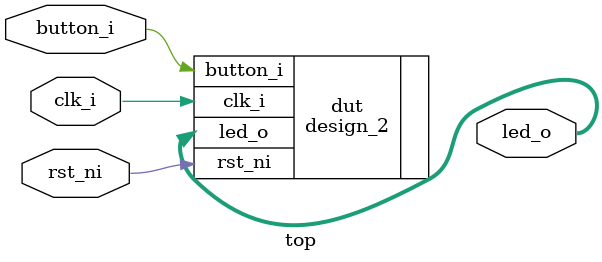
<source format=sv>
module top (
  // input
  input logic        clk_i,
  input logic        rst_ni,

  input logic        button_i,

  // output
  output logic [6:0] led_o
);

  design_2 dut (
    .clk_i   (clk_i   ),
    .rst_ni  (rst_ni  ),
    .button_i(button_i),
    .led_o   (led_o   )
  );

endmodule : top

</source>
